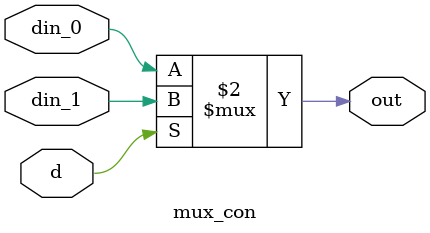
<source format=v>
module  mux_con(din_0, din_1 , d, out);

    input din_0, din_1, d;
    output reg out;

    always @ ( * ) begin
      out <= (d) ? din_1 : din_0;
    end

endmodule

</source>
